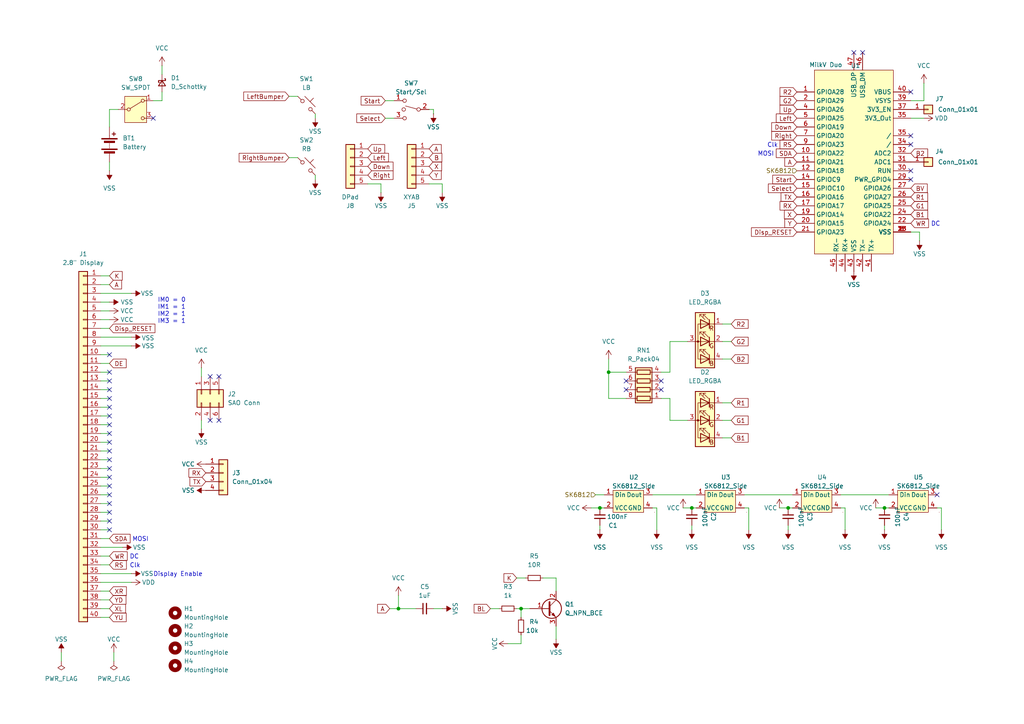
<source format=kicad_sch>
(kicad_sch (version 20231120) (generator "eeschema") (generator_version "8.0")
  (paper "A4")
  (lib_symbols
    (symbol "BSides22:SK6812_Side"
      (property "Reference" "U?" (at -2.54 0 0))
      (property "Value" "SK6812_Side" (at -1.27 -8.89 0))
      (symbol "SK6812_Side_1_1"
        (pin input line (at -7.62 -2.54 0) (length 2.54) (name "Din") (number "1"))
        (pin input line (at -7.62 -6.35 0) (length 2.54) (name "VCC") (number "2"))
        (pin output line (at 6.35 -2.54 180) (length 2.54) (name "Dout") (number "3"))
        (pin input line (at 6.35 -6.35 180) (length 2.54) (name "GND") (number "4"))
      )
    )
    (symbol "Connector_Generic:Conn_01x01" (pin_names (offset 1.016) hide)
      (property "Reference" "J" (at 0 2.54 0))
      (property "Value" "Conn_01x01" (at 0 -2.54 0))
      (symbol "Conn_01x01_1_1"
        (pin passive line (at -5.08 0 0) (length 3.81) (name "Pin_1") (number "1"))
      )
    )
    (symbol "Connector_Generic:Conn_01x04" (pin_names (offset 1.016) hide)
      (property "Reference" "J" (at 0 5.08 0))
      (property "Value" "Conn_01x04" (at 0 -7.62 0))
      (symbol "Conn_01x04_1_1"
        (pin passive line (at -5.08 2.54 0) (length 3.81) (name "Pin_1") (number "1"))
        (pin passive line (at -5.08 0 0) (length 3.81) (name "Pin_2") (number "2"))
        (pin passive line (at -5.08 -2.54 0) (length 3.81) (name "Pin_3") (number "3"))
        (pin passive line (at -5.08 -5.08 0) (length 3.81) (name "Pin_4") (number "4"))
      )
    )
    (symbol "Connector_Generic:Conn_01x05" (pin_names (offset 1.016) hide)
      (property "Reference" "J" (at 0 7.62 0))
      (property "Value" "Conn_01x05" (at 0 -7.62 0))
      (symbol "Conn_01x05_1_1"
        (pin passive line (at -5.08 5.08 0) (length 3.81) (name "Pin_1") (number "1"))
        (pin passive line (at -5.08 2.54 0) (length 3.81) (name "Pin_2") (number "2"))
        (pin passive line (at -5.08 0 0) (length 3.81) (name "Pin_3") (number "3"))
        (pin passive line (at -5.08 -2.54 0) (length 3.81) (name "Pin_4") (number "4"))
        (pin passive line (at -5.08 -5.08 0) (length 3.81) (name "Pin_5") (number "5"))
      )
    )
    (symbol "Connector_Generic:Conn_01x40" (pin_names (offset 1.016) hide)
      (property "Reference" "J" (at 0 50.8 0))
      (property "Value" "Conn_01x40" (at 0 -53.34 0))
      (symbol "Conn_01x40_1_1"
        (pin passive line (at -5.08 48.26 0) (length 3.81) (name "Pin_1") (number "1"))
        (pin passive line (at -5.08 25.4 0) (length 3.81) (name "Pin_10") (number "10"))
        (pin passive line (at -5.08 22.86 0) (length 3.81) (name "Pin_11") (number "11"))
        (pin passive line (at -5.08 20.32 0) (length 3.81) (name "Pin_12") (number "12"))
        (pin passive line (at -5.08 17.78 0) (length 3.81) (name "Pin_13") (number "13"))
        (pin passive line (at -5.08 15.24 0) (length 3.81) (name "Pin_14") (number "14"))
        (pin passive line (at -5.08 12.7 0) (length 3.81) (name "Pin_15") (number "15"))
        (pin passive line (at -5.08 10.16 0) (length 3.81) (name "Pin_16") (number "16"))
        (pin passive line (at -5.08 7.62 0) (length 3.81) (name "Pin_17") (number "17"))
        (pin passive line (at -5.08 5.08 0) (length 3.81) (name "Pin_18") (number "18"))
        (pin passive line (at -5.08 2.54 0) (length 3.81) (name "Pin_19") (number "19"))
        (pin passive line (at -5.08 45.72 0) (length 3.81) (name "Pin_2") (number "2"))
        (pin passive line (at -5.08 0 0) (length 3.81) (name "Pin_20") (number "20"))
        (pin passive line (at -5.08 -2.54 0) (length 3.81) (name "Pin_21") (number "21"))
        (pin passive line (at -5.08 -5.08 0) (length 3.81) (name "Pin_22") (number "22"))
        (pin passive line (at -5.08 -7.62 0) (length 3.81) (name "Pin_23") (number "23"))
        (pin passive line (at -5.08 -10.16 0) (length 3.81) (name "Pin_24") (number "24"))
        (pin passive line (at -5.08 -12.7 0) (length 3.81) (name "Pin_25") (number "25"))
        (pin passive line (at -5.08 -15.24 0) (length 3.81) (name "Pin_26") (number "26"))
        (pin passive line (at -5.08 -17.78 0) (length 3.81) (name "Pin_27") (number "27"))
        (pin passive line (at -5.08 -20.32 0) (length 3.81) (name "Pin_28") (number "28"))
        (pin passive line (at -5.08 -22.86 0) (length 3.81) (name "Pin_29") (number "29"))
        (pin passive line (at -5.08 43.18 0) (length 3.81) (name "Pin_3") (number "3"))
        (pin passive line (at -5.08 -25.4 0) (length 3.81) (name "Pin_30") (number "30"))
        (pin passive line (at -5.08 -27.94 0) (length 3.81) (name "Pin_31") (number "31"))
        (pin passive line (at -5.08 -30.48 0) (length 3.81) (name "Pin_32") (number "32"))
        (pin passive line (at -5.08 -33.02 0) (length 3.81) (name "Pin_33") (number "33"))
        (pin passive line (at -5.08 -35.56 0) (length 3.81) (name "Pin_34") (number "34"))
        (pin passive line (at -5.08 -38.1 0) (length 3.81) (name "Pin_35") (number "35"))
        (pin passive line (at -5.08 -40.64 0) (length 3.81) (name "Pin_36") (number "36"))
        (pin passive line (at -5.08 -43.18 0) (length 3.81) (name "Pin_37") (number "37"))
        (pin passive line (at -5.08 -45.72 0) (length 3.81) (name "Pin_38") (number "38"))
        (pin passive line (at -5.08 -48.26 0) (length 3.81) (name "Pin_39") (number "39"))
        (pin passive line (at -5.08 40.64 0) (length 3.81) (name "Pin_4") (number "4"))
        (pin passive line (at -5.08 -50.8 0) (length 3.81) (name "Pin_40") (number "40"))
        (pin passive line (at -5.08 38.1 0) (length 3.81) (name "Pin_5") (number "5"))
        (pin passive line (at -5.08 35.56 0) (length 3.81) (name "Pin_6") (number "6"))
        (pin passive line (at -5.08 33.02 0) (length 3.81) (name "Pin_7") (number "7"))
        (pin passive line (at -5.08 30.48 0) (length 3.81) (name "Pin_8") (number "8"))
        (pin passive line (at -5.08 27.94 0) (length 3.81) (name "Pin_9") (number "9"))
      )
    )
    (symbol "Connector_Generic:Conn_02x03_Odd_Even" (pin_names (offset 1.016) hide)
      (property "Reference" "J" (at 1.27 5.08 0))
      (property "Value" "Conn_02x03_Odd_Even" (at 1.27 -5.08 0))
      (symbol "Conn_02x03_Odd_Even_1_1"
        (pin passive line (at -5.08 2.54 0) (length 3.81) (name "Pin_1") (number "1"))
        (pin passive line (at 7.62 2.54 180) (length 3.81) (name "Pin_2") (number "2"))
        (pin passive line (at -5.08 0 0) (length 3.81) (name "Pin_3") (number "3"))
        (pin passive line (at 7.62 0 180) (length 3.81) (name "Pin_4") (number "4"))
        (pin passive line (at -5.08 -2.54 0) (length 3.81) (name "Pin_5") (number "5"))
        (pin passive line (at 7.62 -2.54 180) (length 3.81) (name "Pin_6") (number "6"))
      )
    )
    (symbol "Device:Battery" (pin_numbers hide) (pin_names (offset 0) hide)
      (property "Reference" "BT" (at 2.54 2.54 0))
      (property "Value" "Battery" (at 2.54 0 0))
      (symbol "Battery_1_1"
        (pin passive line (at 0 5.08 270) (length 2.54) (name "+") (number "1"))
        (pin passive line (at 0 -5.08 90) (length 2.54) (name "-") (number "2"))
      )
    )
    (symbol "Device:C_Small" (pin_numbers hide) (pin_names (offset 0.254) hide)
      (property "Reference" "C" (at 0.254 1.778 0))
      (property "Value" "C_Small" (at 0.254 -2.032 0))
      (symbol "C_Small_1_1"
        (pin passive line (at 0 2.54 270) (length 2.032) (name "~") (number "1"))
        (pin passive line (at 0 -2.54 90) (length 2.032) (name "~") (number "2"))
      )
    )
    (symbol "Device:D_Schottky_Small" (pin_numbers hide) (pin_names (offset 0.254) hide)
      (property "Reference" "D" (at -1.27 2.032 0))
      (property "Value" "D_Schottky_Small" (at -7.112 -2.032 0))
      (symbol "D_Schottky_Small_1_1"
        (pin passive line (at -2.54 0 0) (length 1.778) (name "K") (number "1"))
        (pin passive line (at 2.54 0 180) (length 1.778) (name "A") (number "2"))
      )
    )
    (symbol "Device:Q_NPN_BCE" (pin_names (offset 0) hide)
      (property "Reference" "Q" (at 5.08 1.27 0))
      (property "Value" "Q_NPN_BCE" (at 5.08 -1.27 0))
      (symbol "Q_NPN_BCE_1_1"
        (pin input line (at -5.08 0 0) (length 5.715) (name "B") (number "1"))
        (pin passive line (at 2.54 5.08 270) (length 2.54) (name "C") (number "2"))
        (pin passive line (at 2.54 -5.08 90) (length 2.54) (name "E") (number "3"))
      )
    )
    (symbol "Device:R_Pack04" (pin_names (offset 0) hide)
      (property "Reference" "RN" (at -7.62 0 90))
      (property "Value" "R_Pack04" (at 5.08 0 90))
      (symbol "R_Pack04_1_1"
        (pin passive line (at -5.08 -5.08 90) (length 2.54) (name "R1.1") (number "1"))
        (pin passive line (at -2.54 -5.08 90) (length 2.54) (name "R2.1") (number "2"))
        (pin passive line (at 0 -5.08 90) (length 2.54) (name "R3.1") (number "3"))
        (pin passive line (at 2.54 -5.08 90) (length 2.54) (name "R4.1") (number "4"))
        (pin passive line (at 2.54 5.08 270) (length 2.54) (name "R4.2") (number "5"))
        (pin passive line (at 0 5.08 270) (length 2.54) (name "R3.2") (number "6"))
        (pin passive line (at -2.54 5.08 270) (length 2.54) (name "R2.2") (number "7"))
        (pin passive line (at -5.08 5.08 270) (length 2.54) (name "R1.2") (number "8"))
      )
    )
    (symbol "Device:R_Small" (pin_numbers hide) (pin_names (offset 0.254) hide)
      (property "Reference" "R" (at 0.762 0.508 0))
      (property "Value" "R_Small" (at 0.762 -1.016 0))
      (symbol "R_Small_1_1"
        (pin passive line (at 0 2.54 270) (length 0.762) (name "~") (number "1"))
        (pin passive line (at 0 -2.54 90) (length 0.762) (name "~") (number "2"))
      )
    )
    (symbol "LED_RGBA_1" (pin_names (offset 0) hide)
      (property "Reference" "D2" (at 0 13.97 0))
      (property "Value" "LED_RGBA" (at 0 11.43 0))
      (symbol "LED_RGBA_1_0_0"
        (text "B" (at -1.905 -6.35 0) (effects (font (size 1.27 1.27))))
        (text "G" (at -1.905 -1.27 0) (effects (font (size 1.27 1.27))))
        (text "R" (at -1.905 3.81 0) (effects (font (size 1.27 1.27))))
      )
      (symbol "LED_RGBA_1_1_1"
        (pin passive line (at -5.08 5.08 0) (length 2.54) (name "RK") (number "1"))
        (pin passive line (at -5.08 0 0) (length 2.54) (name "GK") (number "2"))
        (pin passive line (at 5.08 0 180) (length 2.54) (name "A") (number "3"))
        (pin passive line (at -5.08 -5.08 0) (length 2.54) (name "BK") (number "4"))
      )
    )
    (symbol "Mechanical:MountingHole" (pin_names (offset 1.016))
      (property "Reference" "H" (at 0 5.08 0))
      (property "Value" "MountingHole" (at 0 3.175 0))
    )
    (symbol "SK6812_Side_1"
      (property "Reference" "U?" (at -2.54 0 0))
      (property "Value" "SK6812_Side_1" (at -1.27 -8.89 0))
      (symbol "SK6812_Side_1_1_1"
        (pin input line (at -7.62 -2.54 0) (length 2.54) (name "Din") (number "1"))
        (pin input line (at -7.62 -6.35 0) (length 2.54) (name "VCC") (number "2"))
        (pin output line (at 6.35 -2.54 180) (length 2.54) (name "Dout") (number "3"))
        (pin input line (at 6.35 -6.35 180) (length 2.54) (name "GND") (number "4"))
      )
    )
    (symbol "SK6812_Side_2"
      (property "Reference" "U?" (at -2.54 0 0))
      (property "Value" "SK6812_Side_2" (at -1.27 -8.89 0))
      (symbol "SK6812_Side_2_1_1"
        (pin input line (at -7.62 -2.54 0) (length 2.54) (name "Din") (number "1"))
        (pin input line (at -7.62 -6.35 0) (length 2.54) (name "VCC") (number "2"))
        (pin output line (at 6.35 -2.54 180) (length 2.54) (name "Dout") (number "3"))
        (pin input line (at 6.35 -6.35 180) (length 2.54) (name "GND") (number "4"))
      )
    )
    (symbol "SK6812_Side_7"
      (property "Reference" "U?" (at -2.54 0 0))
      (property "Value" "SK6812_Side_7" (at -1.27 -8.89 0))
      (symbol "SK6812_Side_7_1_1"
        (pin input line (at -7.62 -2.54 0) (length 2.54) (name "Din") (number "1"))
        (pin input line (at -7.62 -6.35 0) (length 2.54) (name "VCC") (number "2"))
        (pin output line (at 6.35 -2.54 180) (length 2.54) (name "Dout") (number "3"))
        (pin input line (at 6.35 -6.35 180) (length 2.54) (name "GND") (number "4"))
      )
    )
    (symbol "Switch:SW_Push_45deg" (pin_numbers hide) (pin_names (offset 1.016) hide)
      (property "Reference" "SW" (at 3.048 1.016 0))
      (property "Value" "SW_Push_45deg" (at 0 -3.81 0))
      (symbol "SW_Push_45deg_0_1"
        (pin passive line (at -2.54 2.54 0) (length 0) (name "1") (number "1"))
        (pin passive line (at 2.54 -2.54 180) (length 0) (name "2") (number "2"))
      )
    )
    (symbol "Switch:SW_SPDT" (pin_names (offset 0) hide)
      (property "Reference" "SW" (at 0 5.08 0))
      (property "Value" "SW_SPDT" (at 0 -5.08 0))
      (symbol "SW_SPDT_1_1"
        (pin passive line (at 5.08 2.54 180) (length 2.54) (name "A") (number "1"))
        (pin passive line (at -5.08 0 0) (length 2.54) (name "B") (number "2"))
        (pin passive line (at 5.08 -2.54 180) (length 2.54) (name "C") (number "3"))
      )
    )
    (symbol "Switch:SW_SPDT_MSM" (pin_names (offset 0) hide)
      (property "Reference" "SW" (at 0 5.08 0))
      (property "Value" "SW_SPDT_MSM" (at 0 -5.08 0))
      (symbol "SW_SPDT_MSM_1_1"
        (pin passive line (at 5.08 2.54 180) (length 2.54) (name "1") (number "1"))
        (pin passive line (at -5.08 0 0) (length 2.54) (name "2") (number "2"))
        (pin passive line (at 5.08 -2.54 180) (length 2.54) (name "3") (number "3"))
      )
    )
    (symbol "UE_Module:MilkV_Duo"
      (property "Reference" "U" (at -1.016 30.226 0))
      (symbol "MilkV_Duo_1_1"
        (pin input line (at -2.54 12.7 0) (length 5.08) (name "GPIOA28") (number "1"))
        (pin input line (at -2.54 -5.08 0) (length 5.08) (name "GPIOA22") (number "10"))
        (pin input line (at -2.54 -7.62 0) (length 5.08) (name "GPIOA21") (number "11"))
        (pin input line (at -2.54 -10.16 0) (length 5.08) (name "GPIOA18") (number "12"))
        (pin input line (at 30.48 -27.94 180) (length 5.08) (name "VSS") (number "13"))
        (pin input line (at -2.54 -12.7 0) (length 5.08) (name "GPIOC9") (number "14"))
        (pin input line (at -2.54 -15.24 0) (length 5.08) (name "GPIOC10") (number "15"))
        (pin input line (at -2.54 -17.78 0) (length 5.08) (name "GPIOA16") (number "16"))
        (pin input line (at -2.54 -20.32 0) (length 5.08) (name "GPIOA17") (number "17"))
        (pin input line (at 30.48 -27.94 180) (length 5.08) (name "VSS") (number "18"))
        (pin input line (at -2.54 -22.86 0) (length 5.08) (name "GPIOA14") (number "19"))
        (pin input line (at -2.54 10.16 0) (length 5.08) (name "GPIOA29") (number "2"))
        (pin input line (at -2.54 -25.4 0) (length 5.08) (name "GPIOA15") (number "20"))
        (pin input line (at -2.54 -27.94 0) (length 5.08) (name "GPIOA23") (number "21"))
        (pin input line (at 30.48 -25.4 180) (length 5.08) (name "GPIOA24") (number "22"))
        (pin input line (at 30.48 -27.94 180) (length 5.08) (name "VSS") (number "23"))
        (pin input line (at 30.48 -22.86 180) (length 5.08) (name "GPIOA22") (number "24"))
        (pin input line (at 30.48 -20.32 180) (length 5.08) (name "GPIOA25") (number "25"))
        (pin input line (at 30.48 -17.78 180) (length 5.08) (name "GPIOA27") (number "26"))
        (pin input line (at 30.48 -15.24 180) (length 5.08) (name "GPIOA26") (number "27"))
        (pin input line (at 30.48 -27.94 180) (length 5.08) (name "VSS") (number "28"))
        (pin input line (at 30.48 -12.7 180) (length 5.08) (name "PWR_GPIO4") (number "29"))
        (pin input line (at 30.48 -27.94 180) (length 5.08) (name "VSS") (number "3"))
        (pin input line (at 30.48 -10.16 180) (length 5.08) (name "RUN") (number "30"))
        (pin input line (at 30.48 -7.62 180) (length 5.08) (name "ADC1") (number "31"))
        (pin input line (at 30.48 -5.08 180) (length 5.08) (name "ADC2") (number "32"))
        (pin input line (at 30.48 -27.94 180) (length 5.08) (name "VSS") (number "33"))
        (pin input line (at 30.48 -2.54 180) (length 5.08) (name "/") (number "34"))
        (pin input line (at 30.48 0 180) (length 5.08) (name "/") (number "35"))
        (pin input line (at 30.48 5.08 180) (length 5.08) (name "3V3_Out") (number "35"))
        (pin input line (at 30.48 7.62 180) (length 5.08) (name "3V3_EN") (number "37"))
        (pin input line (at 30.48 -27.94 180) (length 5.08) (name "VSS") (number "38"))
        (pin input line (at 30.48 10.16 180) (length 5.08) (name "VSYS") (number "39"))
        (pin input line (at -2.54 7.62 0) (length 5.08) (name "GPIOA26") (number "4"))
        (pin input line (at 30.48 12.7 180) (length 5.08) (name "VBUS") (number "40"))
        (pin input line (at 19.05 -39.37 90) (length 5.08) (name "TX+") (number "41"))
        (pin input line (at 16.51 -39.37 90) (length 5.08) (name "TX-") (number "42"))
        (pin input line (at 13.97 -39.37 90) (length 5.08) (name "VSS") (number "43"))
        (pin input line (at 11.43 -39.37 90) (length 5.08) (name "RX+") (number "44"))
        (pin input line (at 8.89 -39.37 90) (length 5.08) (name "RX-") (number "45"))
        (pin input line (at 16.51 24.13 270) (length 5.08) (name "USB_DM") (number "46"))
        (pin input line (at 13.97 24.13 270) (length 5.08) (name "USB_DP") (number "47"))
        (pin input line (at -2.54 5.08 0) (length 5.08) (name "GPIOA25") (number "5"))
        (pin input line (at -2.54 2.54 0) (length 5.08) (name "GPIOA19") (number "6"))
        (pin input line (at -2.54 0 0) (length 5.08) (name "GPIOA20") (number "7"))
        (pin input line (at 30.48 -27.94 180) (length 5.08) (name "VSS") (number "8"))
        (pin input line (at -2.54 -2.54 0) (length 5.08) (name "GPIOA23") (number "9"))
      )
    )
    (symbol "VCC_1" (power) (pin_numbers hide) (pin_names (offset 0) hide)
      (property "Value" "VCC" (at 0 3.556 0))
      (symbol "VCC_1_1_1"
        (pin power_in line (at 0 0 90) (length 0) (name "~") (number "1"))
      )
    )
    (symbol "VDD_1" (power) (pin_numbers hide) (pin_names (offset 0) hide)
      (property "Value" "VDD" (at 0 3.556 0))
      (symbol "VDD_1_1_1"
        (pin power_in line (at 0 0 90) (length 0) (name "~") (number "1"))
      )
    )
    (symbol "power:PWR_FLAG" (power) (pin_numbers hide) (pin_names (offset 0) hide)
      (property "Value" "PWR_FLAG" (at 0 3.81 0))
      (symbol "PWR_FLAG_0_0"
        (pin power_out line (at 0 0 90) (length 0) (name "pwr") (number "1"))
      )
    )
    (symbol "power:VCC" (power) (pin_names (offset 0))
      (property "Value" "VCC" (at 0 3.81 0))
      (symbol "VCC_1_1"
        (pin power_in line (at 0 0 90) (length 0) hide (name "VCC") (number "1"))
      )
    )
    (symbol "power:VSS" (power) (pin_numbers hide) (pin_names (offset 0) hide)
      (property "Value" "VSS" (at 0 3.556 0))
      (symbol "VSS_1_1"
        (pin power_in line (at 0 0 90) (length 0) (name "~") (number "1"))
      )
    )
  )
  (junction (at 256.54 147.32))
  (junction (at 151.13 176.53))
  (junction (at 200.66 147.32))
  (junction (at 176.53 107.95))
  (junction (at 173.99 147.32))
  (junction (at 228.6 147.32))
  (junction (at 115.57 176.53))
  (no_connect (at 191.77 110.49))
  (no_connect (at 31.75 146.05))
  (no_connect (at 31.75 113.03))
  (no_connect (at 63.5 109.22))
  (no_connect (at 271.78 143.51))
  (no_connect (at 31.75 151.13))
  (no_connect (at 31.75 123.19))
  (no_connect (at 264.16 26.67))
  (no_connect (at 31.75 110.49))
  (no_connect (at 31.75 143.51))
  (no_connect (at 31.75 135.89))
  (no_connect (at 31.75 130.81))
  (no_connect (at 31.75 140.97))
  (no_connect (at 31.75 128.27))
  (no_connect (at 31.75 118.11))
  (no_connect (at 264.16 49.53))
  (no_connect (at 247.65 15.24))
  (no_connect (at 44.45 34.29))
  (no_connect (at 31.75 133.35))
  (no_connect (at 264.16 52.07))
  (no_connect (at 31.75 153.67))
  (no_connect (at 31.75 120.65))
  (no_connect (at 181.61 113.03))
  (no_connect (at 264.16 39.37))
  (no_connect (at 31.75 148.59))
  (no_connect (at 60.96 109.22))
  (no_connect (at 31.75 102.87))
  (no_connect (at 264.16 41.91))
  (no_connect (at 181.61 110.49))
  (no_connect (at 60.96 121.92))
  (no_connect (at 250.19 15.24))
  (no_connect (at 31.75 125.73))
  (no_connect (at 31.75 138.43))
  (no_connect (at 63.5 121.92))
  (no_connect (at 191.77 113.03))
  (no_connect (at 31.75 115.57))
  (no_connect (at 31.75 107.95))
  (wire (pts (xy 173.99 147.32) (xy 175.26 147.32)))
  (wire (pts (xy 190.5 153.67) (xy 190.5 147.32)))
  (wire (pts (xy 161.29 171.45) (xy 161.29 167.64)))
  (wire (pts (xy 29.21 82.55) (xy 31.75 82.55)))
  (wire (pts (xy 29.21 179.07) (xy 31.75 179.07)))
  (wire (pts (xy 29.21 120.65) (xy 31.75 120.65)))
  (wire (pts (xy 273.05 147.32) (xy 271.78 147.32)))
  (wire (pts (xy 29.21 161.29) (xy 31.75 161.29)))
  (wire (pts (xy 29.21 90.17) (xy 31.75 90.17)))
  (wire (pts (xy 29.21 80.01) (xy 31.75 80.01)))
  (wire (pts (xy 161.29 167.64) (xy 157.48 167.64)))
  (wire (pts (xy 215.9 143.51) (xy 229.87 143.51)))
  (wire (pts (xy 243.84 143.51) (xy 257.81 143.51)))
  (wire (pts (xy 194.31 107.95) (xy 191.77 107.95)))
  (wire (pts (xy 200.66 147.32) (xy 201.93 147.32)))
  (wire (pts (xy 189.23 143.51) (xy 201.93 143.51)))
  (wire (pts (xy 149.86 167.64) (xy 152.4 167.64)))
  (wire (pts (xy 266.7 67.31) (xy 264.16 67.31)))
  (wire (pts (xy 29.21 107.95) (xy 31.75 107.95)))
  (wire (pts (xy 142.24 176.53) (xy 144.78 176.53)))
  (wire (pts (xy 128.27 55.88) (xy 128.27 53.34)))
  (wire (pts (xy 46.99 19.05) (xy 46.99 21.59)))
  (wire (pts (xy 245.11 153.67) (xy 245.11 147.32)))
  (wire (pts (xy 217.17 147.32) (xy 215.9 147.32)))
  (wire (pts (xy 83.82 45.72) (xy 86.36 45.72)))
  (wire (pts (xy 273.05 153.67) (xy 273.05 147.32)))
  (wire (pts (xy 29.21 163.83) (xy 31.75 163.83)))
  (wire (pts (xy 29.21 151.13) (xy 31.75 151.13)))
  (wire (pts (xy 29.21 143.51) (xy 31.75 143.51)))
  (wire (pts (xy 147.32 186.69) (xy 151.13 186.69)))
  (wire (pts (xy 200.66 152.4) (xy 200.66 153.67)))
  (wire (pts (xy 171.45 147.32) (xy 173.99 147.32)))
  (wire (pts (xy 29.21 85.09) (xy 38.1 85.09)))
  (wire (pts (xy 190.5 147.32) (xy 189.23 147.32)))
  (wire (pts (xy 226.06 147.32) (xy 228.6 147.32)))
  (wire (pts (xy 29.21 128.27) (xy 31.75 128.27)))
  (wire (pts (xy 17.78 189.23) (xy 17.78 191.77)))
  (wire (pts (xy 110.49 55.88) (xy 110.49 53.34)))
  (wire (pts (xy 29.21 97.79) (xy 38.1 97.79)))
  (wire (pts (xy 29.21 100.33) (xy 38.1 100.33)))
  (wire (pts (xy 91.44 33.02) (xy 91.44 34.29)))
  (wire (pts (xy 125.73 31.75) (xy 125.73 33.02)))
  (wire (pts (xy 29.21 138.43) (xy 31.75 138.43)))
  (wire (pts (xy 29.21 125.73) (xy 31.75 125.73)))
  (wire (pts (xy 58.42 106.68) (xy 58.42 109.22)))
  (wire (pts (xy 228.6 147.32) (xy 229.87 147.32)))
  (wire (pts (xy 245.11 147.32) (xy 243.84 147.32)))
  (wire (pts (xy 209.55 127) (xy 212.09 127)))
  (wire (pts (xy 91.44 50.8) (xy 91.44 52.07)))
  (wire (pts (xy 161.29 181.61) (xy 161.29 185.42)))
  (wire (pts (xy 209.55 99.06) (xy 212.09 99.06)))
  (wire (pts (xy 29.21 176.53) (xy 31.75 176.53)))
  (wire (pts (xy 29.21 140.97) (xy 31.75 140.97)))
  (wire (pts (xy 256.54 152.4) (xy 256.54 153.67)))
  (wire (pts (xy 29.21 130.81) (xy 31.75 130.81)))
  (wire (pts (xy 217.17 153.67) (xy 217.17 147.32)))
  (wire (pts (xy 110.49 53.34) (xy 106.68 53.34)))
  (wire (pts (xy 176.53 107.95) (xy 181.61 107.95)))
  (wire (pts (xy 29.21 158.75) (xy 35.56 158.75)))
  (wire (pts (xy 194.31 115.57) (xy 191.77 115.57)))
  (wire (pts (xy 29.21 171.45) (xy 31.75 171.45)))
  (wire (pts (xy 29.21 173.99) (xy 31.75 173.99)))
  (wire (pts (xy 29.21 118.11) (xy 31.75 118.11)))
  (wire (pts (xy 194.31 99.06) (xy 199.39 99.06)))
  (wire (pts (xy 128.27 53.34) (xy 124.46 53.34)))
  (wire (pts (xy 44.45 29.21) (xy 46.99 29.21)))
  (wire (pts (xy 176.53 107.95) (xy 176.53 104.14)))
  (wire (pts (xy 31.75 46.99) (xy 31.75 49.53)))
  (wire (pts (xy 29.21 135.89) (xy 31.75 135.89)))
  (wire (pts (xy 228.6 152.4) (xy 228.6 153.67)))
  (wire (pts (xy 29.21 92.71) (xy 31.75 92.71)))
  (wire (pts (xy 29.21 123.19) (xy 31.75 123.19)))
  (wire (pts (xy 29.21 133.35) (xy 31.75 133.35)))
  (wire (pts (xy 256.54 147.32) (xy 257.81 147.32)))
  (wire (pts (xy 209.55 121.92) (xy 212.09 121.92)))
  (wire (pts (xy 176.53 115.57) (xy 176.53 107.95)))
  (wire (pts (xy 58.42 121.92) (xy 58.42 124.46)))
  (wire (pts (xy 29.21 168.91) (xy 38.1 168.91)))
  (wire (pts (xy 29.21 87.63) (xy 31.75 87.63)))
  (wire (pts (xy 29.21 156.21) (xy 31.75 156.21)))
  (wire (pts (xy 209.55 104.14) (xy 212.09 104.14)))
  (wire (pts (xy 124.46 31.75) (xy 125.73 31.75)))
  (wire (pts (xy 181.61 115.57) (xy 176.53 115.57)))
  (wire (pts (xy 29.21 153.67) (xy 31.75 153.67)))
  (wire (pts (xy 209.55 116.84) (xy 212.09 116.84)))
  (wire (pts (xy 115.57 172.72) (xy 115.57 176.53)))
  (wire (pts (xy 33.02 189.23) (xy 33.02 191.77)))
  (wire (pts (xy 209.55 93.98) (xy 212.09 93.98)))
  (wire (pts (xy 125.73 176.53) (xy 128.27 176.53)))
  (wire (pts (xy 31.75 31.75) (xy 31.75 36.83)))
  (wire (pts (xy 151.13 176.53) (xy 151.13 179.07)))
  (wire (pts (xy 198.12 147.32) (xy 200.66 147.32)))
  (wire (pts (xy 29.21 105.41) (xy 31.75 105.41)))
  (wire (pts (xy 149.86 176.53) (xy 151.13 176.53)))
  (wire (pts (xy 111.76 29.21) (xy 114.3 29.21)))
  (wire (pts (xy 194.31 121.92) (xy 194.31 115.57)))
  (wire (pts (xy 194.31 121.92) (xy 199.39 121.92)))
  (wire (pts (xy 115.57 176.53) (xy 120.65 176.53)))
  (wire (pts (xy 172.72 143.51) (xy 175.26 143.51)))
  (wire (pts (xy 151.13 186.69) (xy 151.13 184.15)))
  (wire (pts (xy 29.21 113.03) (xy 31.75 113.03)))
  (wire (pts (xy 264.16 29.21) (xy 267.97 29.21)))
  (wire (pts (xy 266.7 69.85) (xy 266.7 67.31)))
  (wire (pts (xy 151.13 176.53) (xy 153.67 176.53)))
  (wire (pts (xy 267.97 29.21) (xy 267.97 24.13)))
  (wire (pts (xy 254 147.32) (xy 256.54 147.32)))
  (wire (pts (xy 173.99 152.4) (xy 173.99 153.67)))
  (wire (pts (xy 29.21 95.25) (xy 31.75 95.25)))
  (wire (pts (xy 29.21 166.37) (xy 38.1 166.37)))
  (wire (pts (xy 29.21 148.59) (xy 31.75 148.59)))
  (wire (pts (xy 29.21 115.57) (xy 31.75 115.57)))
  (wire (pts (xy 46.99 29.21) (xy 46.99 26.67)))
  (wire (pts (xy 29.21 110.49) (xy 31.75 110.49)))
  (wire (pts (xy 264.16 34.29) (xy 267.97 34.29)))
  (wire (pts (xy 29.21 146.05) (xy 31.75 146.05)))
  (wire (pts (xy 83.82 27.94) (xy 86.36 27.94)))
  (wire (pts (xy 113.03 176.53) (xy 115.57 176.53)))
  (wire (pts (xy 111.76 34.29) (xy 114.3 34.29)))
  (wire (pts (xy 29.21 102.87) (xy 31.75 102.87)))
  (wire (pts (xy 34.29 31.75) (xy 31.75 31.75)))
  (wire (pts (xy 194.31 99.06) (xy 194.31 107.95)))
  (text "DC" (at 270.002 65.786 0) (effects (font (size 1.27 1.27)) (justify left bottom)))
  (text "Clk\n" (at 222.504 42.926 0) (effects (font (size 1.27 1.27)) (justify left bottom)))
  (text "Clk\n" (at 37.592 164.846 0) (effects (font (size 1.27 1.27)) (justify left bottom)))
  (text "Display Enable\n" (at 44.45 167.386 0) (effects (font (size 1.27 1.27)) (justify left bottom)))
  (text "MOSI" (at 224.536 45.466 0) (effects (font (size 1.27 1.27)) (justify right bottom)))
  (text "MOSI" (at 38.354 157.226 0) (effects (font (size 1.27 1.27)) (justify left bottom)))
  (text "IM0 = 0\nIM1 = 1\nIM2 = 1\nIM3 = 1" (at 45.72 93.98 0) (effects (font (size 1.27 1.27)) (justify left bottom)))
  (text "DC" (at 37.592 162.306 0) (effects (font (size 1.27 1.27)) (justify left bottom)))
  (global_label "B2" (shape input) (at 212.09 104.14 0) (property "Intersheetrefs" "${INTERSHEET_REFS}" (effects (hide yes))))
  (global_label "R2" (shape input) (at 231.14 26.67 180) (property "Intersheetrefs" "${INTERSHEET_REFS}" (effects (hide yes))))
  (global_label "B2" (shape input) (at 264.16 44.45 0) (property "Intersheetrefs" "${INTERSHEET_REFS}" (effects (hide yes))))
  (global_label "LeftBumper" (shape input) (at 83.82 27.94 180) (property "Intersheetrefs" "${INTERSHEET_REFS}" (effects (hide yes))))
  (global_label "RX" (shape input) (at 231.14 59.69 180) (property "Intersheetrefs" "${INTERSHEET_REFS}" (effects (hide yes))))
  (global_label "Y" (shape input) (at 124.46 50.8 0) (property "Intersheetrefs" "${INTERSHEET_REFS}" (effects (hide yes))))
  (global_label "Disp_RESET" (shape input) (at 31.75 95.25 0) (property "Intersheetrefs" "${INTERSHEET_REFS}" (effects (hide yes))))
  (global_label "B1" (shape input) (at 212.09 127 0) (property "Intersheetrefs" "${INTERSHEET_REFS}" (effects (hide yes))))
  (global_label "R1" (shape input) (at 264.16 57.15 0) (property "Intersheetrefs" "${INTERSHEET_REFS}" (effects (hide yes))))
  (global_label "G1" (shape input) (at 264.16 59.69 0) (property "Intersheetrefs" "${INTERSHEET_REFS}" (effects (hide yes))))
  (global_label "Up" (shape input) (at 106.68 43.18 0) (property "Intersheetrefs" "${INTERSHEET_REFS}" (effects (hide yes))))
  (global_label "K" (shape input) (at 149.86 167.64 180) (property "Intersheetrefs" "${INTERSHEET_REFS}" (effects (hide yes))))
  (global_label "R2" (shape input) (at 212.09 93.98 0) (property "Intersheetrefs" "${INTERSHEET_REFS}" (effects (hide yes))))
  (global_label "B1" (shape input) (at 264.16 62.23 0) (property "Intersheetrefs" "${INTERSHEET_REFS}" (effects (hide yes))))
  (global_label "X" (shape input) (at 124.46 48.26 0) (property "Intersheetrefs" "${INTERSHEET_REFS}" (effects (hide yes))))
  (global_label "G2" (shape input) (at 212.09 99.06 0) (property "Intersheetrefs" "${INTERSHEET_REFS}" (effects (hide yes))))
  (global_label "Y" (shape input) (at 231.14 64.77 180) (property "Intersheetrefs" "${INTERSHEET_REFS}" (effects (hide yes))))
  (global_label "A" (shape input) (at 231.14 46.99 180) (property "Intersheetrefs" "${INTERSHEET_REFS}" (effects (hide yes))))
  (global_label "WR" (shape input) (at 31.75 161.29 0) (property "Intersheetrefs" "${INTERSHEET_REFS}" (effects (hide yes))))
  (global_label "Right" (shape input) (at 231.14 39.37 180) (property "Intersheetrefs" "${INTERSHEET_REFS}" (effects (hide yes))))
  (global_label "Right" (shape input) (at 106.68 50.8 0) (property "Intersheetrefs" "${INTERSHEET_REFS}" (effects (hide yes))))
  (global_label "Left" (shape input) (at 231.14 34.29 180) (property "Intersheetrefs" "${INTERSHEET_REFS}" (effects (hide yes))))
  (global_label "Select" (shape input) (at 111.76 34.29 180) (property "Intersheetrefs" "${INTERSHEET_REFS}" (effects (hide yes))))
  (global_label "G1" (shape input) (at 212.09 121.92 0) (property "Intersheetrefs" "${INTERSHEET_REFS}" (effects (hide yes))))
  (global_label "Down" (shape input) (at 231.14 36.83 180) (property "Intersheetrefs" "${INTERSHEET_REFS}" (effects (hide yes))))
  (global_label "SDA" (shape input) (at 231.14 44.45 180) (property "Intersheetrefs" "${INTERSHEET_REFS}" (effects (hide yes))))
  (global_label "XR" (shape input) (at 31.75 171.45 0) (property "Intersheetrefs" "${INTERSHEET_REFS}" (effects (hide yes))))
  (global_label "XL" (shape input) (at 31.75 176.53 0) (property "Intersheetrefs" "${INTERSHEET_REFS}" (effects (hide yes))))
  (global_label "TX" (shape input) (at 231.14 57.15 180) (property "Intersheetrefs" "${INTERSHEET_REFS}" (effects (hide yes))))
  (global_label "Select" (shape input) (at 231.14 54.61 180) (property "Intersheetrefs" "${INTERSHEET_REFS}" (effects (hide yes))))
  (global_label "Up" (shape input) (at 231.14 31.75 180) (property "Intersheetrefs" "${INTERSHEET_REFS}" (effects (hide yes))))
  (global_label "Left" (shape input) (at 106.68 45.72 0) (property "Intersheetrefs" "${INTERSHEET_REFS}" (effects (hide yes))))
  (global_label "SDA" (shape input) (at 31.75 156.21 0) (property "Intersheetrefs" "${INTERSHEET_REFS}" (effects (hide yes))))
  (global_label "A" (shape input) (at 124.46 43.18 0) (property "Intersheetrefs" "${INTERSHEET_REFS}" (effects (hide yes))))
  (global_label "BL" (shape input) (at 142.24 176.53 180) (property "Intersheetrefs" "${INTERSHEET_REFS}" (effects (hide yes))))
  (global_label "Disp_RESET" (shape input) (at 231.14 67.31 180) (property "Intersheetrefs" "${INTERSHEET_REFS}" (effects (hide yes))))
  (global_label "RightBumper" (shape input) (at 83.82 45.72 180) (property "Intersheetrefs" "${INTERSHEET_REFS}" (effects (hide yes))))
  (global_label "TX" (shape input) (at 59.69 139.7 180) (property "Intersheetrefs" "${INTERSHEET_REFS}" (effects (hide yes))))
  (global_label "A" (shape input) (at 31.75 82.55 0) (property "Intersheetrefs" "${INTERSHEET_REFS}" (effects (hide yes))))
  (global_label "Start" (shape input) (at 111.76 29.21 180) (property "Intersheetrefs" "${INTERSHEET_REFS}" (effects (hide yes))))
  (global_label "Down" (shape input) (at 106.68 48.26 0) (property "Intersheetrefs" "${INTERSHEET_REFS}" (effects (hide yes))))
  (global_label "RS" (shape input) (at 231.14 41.91 180) (property "Intersheetrefs" "${INTERSHEET_REFS}" (effects (hide yes))))
  (global_label "RX" (shape input) (at 59.69 137.16 180) (property "Intersheetrefs" "${INTERSHEET_REFS}" (effects (hide yes))))
  (global_label "YU" (shape input) (at 31.75 179.07 0) (property "Intersheetrefs" "${INTERSHEET_REFS}" (effects (hide yes))))
  (global_label "B" (shape input) (at 124.46 45.72 0) (property "Intersheetrefs" "${INTERSHEET_REFS}" (effects (hide yes))))
  (global_label "BV" (shape input) (at 264.16 54.61 0) (property "Intersheetrefs" "${INTERSHEET_REFS}" (effects (hide yes))))
  (global_label "X" (shape input) (at 231.14 62.23 180) (property "Intersheetrefs" "${INTERSHEET_REFS}" (effects (hide yes))))
  (global_label "Start" (shape input) (at 231.14 52.07 180) (property "Intersheetrefs" "${INTERSHEET_REFS}" (effects (hide yes))))
  (global_label "R1" (shape input) (at 212.09 116.84 0) (property "Intersheetrefs" "${INTERSHEET_REFS}" (effects (hide yes))))
  (global_label "YD" (shape input) (at 31.75 173.99 0) (property "Intersheetrefs" "${INTERSHEET_REFS}" (effects (hide yes))))
  (global_label "WR" (shape input) (at 264.16 64.77 0) (property "Intersheetrefs" "${INTERSHEET_REFS}" (effects (hide yes))))
  (global_label "A" (shape input) (at 113.03 176.53 180) (property "Intersheetrefs" "${INTERSHEET_REFS}" (effects (hide yes))))
  (global_label "DE" (shape input) (at 31.75 105.41 0) (property "Intersheetrefs" "${INTERSHEET_REFS}" (effects (hide yes))))
  (global_label "K" (shape input) (at 31.75 80.01 0) (property "Intersheetrefs" "${INTERSHEET_REFS}" (effects (hide yes))))
  (global_label "G2" (shape input) (at 231.14 29.21 180) (property "Intersheetrefs" "${INTERSHEET_REFS}" (effects (hide yes))))
  (global_label "RS" (shape input) (at 31.75 163.83 0) (property "Intersheetrefs" "${INTERSHEET_REFS}" (effects (hide yes))))
  (hierarchical_label "SK6812" (shape input) (at 231.14 49.53 180))
  (hierarchical_label "SK6812" (shape input) (at 172.72 143.51 180))
  (symbol (lib_id "Connector_Generic:Conn_01x01") (at 269.24 46.99 0) (unit 1)
    (property "Reference" "J4" (at 271.272 43.942 0) (effects (justify left)))
    (property "Value" "Conn_01x01" (at 272.034 46.99 0) (effects (justify left)))
    (property "Footprint" "Connector_PinHeader_2.54mm:PinHeader_1x01_P2.54mm_Vertical" (effects (hide yes)))
    (property "Description" "Generic connector, single row, 01x01, script generated (kicad-library-utils/schlib/autogen/connector/)" (effects (hide yes)))
  )
  (symbol (lib_name "VDD_1") (lib_id "power:VDD") (at 267.97 34.29 270) (unit 1)
    (property "Reference" "#PWR049" (effects (hide yes)))
    (property "Value" "VDD" (at 273.05 34.29 90))
    (property "Description" "Power symbol creates a global label with name \"VDD\"" (effects (hide yes)))
  )
  (symbol (lib_id "Connector_Generic:Conn_02x03_Odd_Even") (at 60.96 114.3 90) (mirror x) (unit 1)
    (property "Reference" "J2" (at 66.04 114.2999 90) (effects (justify right)))
    (property "Value" "SAO Conn" (at 66.04 116.8399 90) (effects (justify right)))
    (property "Footprint" "Connector_PinSocket_2.54mm:PinSocket_2x03_P2.54mm_Vertical" (effects (hide yes)))
  )
  (symbol (lib_id "power:VCC") (at 31.75 90.17 270) (mirror x) (unit 1)
    (property "Reference" "#PWR03" (effects (hide yes)))
    (property "Value" "VCC" (at 36.83 90.17 90))
  )
  (symbol (lib_id "power:VSS") (at 35.56 158.75 270) (unit 1)
    (property "Reference" "#PWR05" (effects (hide yes)))
    (property "Value" "VSS" (at 40.386 158.75 90))
  )
  (symbol (lib_id "Device:C_Small") (at 200.66 149.86 0) (unit 1)
    (property "Reference" "C2" (at 207.01 149.86 90))
    (property "Value" "100nF" (at 204.47 149.86 90))
    (property "Footprint" "Capacitor_SMD:C_0805_2012Metric" (effects (hide yes)))
  )
  (symbol (lib_id "power:VCC") (at 31.75 92.71 270) (mirror x) (unit 1)
    (property "Reference" "#PWR04" (effects (hide yes)))
    (property "Value" "VCC" (at 36.83 92.71 90))
  )
  (symbol (lib_id "Connector_Generic:Conn_01x01") (at 269.24 31.75 0) (unit 1)
    (property "Reference" "J7" (at 271.272 28.702 0) (effects (justify left)))
    (property "Value" "Conn_01x01" (at 272.034 31.75 0) (effects (justify left)))
    (property "Footprint" "Connector_PinHeader_2.54mm:PinHeader_1x01_P2.54mm_Vertical" (effects (hide yes)))
    (property "Description" "Generic connector, single row, 01x01, script generated (kicad-library-utils/schlib/autogen/connector/)" (effects (hide yes)))
  )
  (symbol (lib_id "power:VSS") (at 273.05 153.67 180) (unit 1)
    (property "Reference" "#PWR032" (effects (hide yes)))
    (property "Value" "VSS" (at 273.05 158.75 0))
  )
  (symbol (lib_id "power:VCC") (at 33.02 189.23 0) (mirror y) (unit 1)
    (property "Reference" "#PWR039" (effects (hide yes)))
    (property "Value" "VCC" (at 33.02 185.42 0))
  )
  (symbol (lib_name "SK6812_Side_2") (lib_id "BSides22:SK6812_Side") (at 182.88 140.97 0) (unit 1)
    (property "Reference" "U2" (at 183.8325 138.43 0))
    (property "Value" "SK6812_Side" (at 183.8325 140.97 0))
    (property "Footprint" "UL_LED:SK6812SIDE-A-RVS" (effects (hide yes)))
  )
  (symbol (lib_id "power:VCC") (at 147.32 186.69 90) (mirror x) (unit 1)
    (property "Reference" "#PWR035" (effects (hide yes)))
    (property "Value" "VCC" (at 143.51 186.69 0))
  )
  (symbol (lib_id "power:VSS") (at 173.99 153.67 180) (unit 1)
    (property "Reference" "#PWR022" (effects (hide yes)))
    (property "Value" "VSS" (at 173.99 158.75 0))
  )
  (symbol (lib_id "power:VSS") (at 266.7 69.85 180) (unit 1)
    (property "Reference" "#PWR046" (effects (hide yes)))
    (property "Value" "VSS" (at 266.7 73.66 0))
  )
  (symbol (lib_id "power:VCC") (at 171.45 147.32 90) (unit 1)
    (property "Reference" "#PWR021" (effects (hide yes)))
    (property "Value" "VCC" (at 166.37 147.32 90))
  )
  (symbol (lib_name "LED_RGBA_1") (lib_id "Device:LED_RGBA") (at 204.47 99.06 0) (mirror y) (unit 1)
    (property "Reference" "D3" (at 204.47 85.09 0))
    (property "Value" "LED_RGBA" (at 204.47 87.63 0))
    (property "Footprint" "UE_LED:XL-3227RGB_LED" (effects (hide yes)))
  )
  (symbol (lib_id "power:VCC") (at 176.53 104.14 0) (mirror y) (unit 1)
    (property "Reference" "#PWR015" (effects (hide yes)))
    (property "Value" "VCC" (at 176.53 99.06 0))
  )
  (symbol (lib_id "power:PWR_FLAG") (at 17.78 191.77 180) (unit 1)
    (property "Reference" "#FLG02" (effects (hide yes)))
    (property "Value" "PWR_FLAG" (at 17.78 196.85 0))
  )
  (symbol (lib_name "VCC_1") (lib_id "power:VCC") (at 46.99 19.05 0) (unit 1)
    (property "Reference" "#PWR011" (effects (hide yes)))
    (property "Value" "VCC" (at 46.99 13.97 0))
    (property "Description" "Power symbol creates a global label with name \"VCC\"" (effects (hide yes)))
  )
  (symbol (lib_id "power:VSS") (at 128.27 55.88 180) (unit 1)
    (property "Reference" "#PWR014" (effects (hide yes)))
    (property "Value" "VSS" (at 128.27 59.69 0))
  )
  (symbol (lib_id "power:VSS") (at 256.54 153.67 180) (unit 1)
    (property "Reference" "#PWR031" (effects (hide yes)))
    (property "Value" "VSS" (at 256.54 158.75 0))
  )
  (symbol (lib_id "Device:C_Small") (at 173.99 149.86 0) (unit 1)
    (property "Reference" "C1" (at 177.8 152.4 0))
    (property "Value" "100nF" (at 179.07 149.86 0))
    (property "Footprint" "Capacitor_SMD:C_0805_2012Metric" (effects (hide yes)))
  )
  (symbol (lib_id "power:VSS") (at 91.44 52.07 180) (unit 1)
    (property "Reference" "#PWR013" (effects (hide yes)))
    (property "Value" "VSS" (at 91.44 55.88 0))
  )
  (symbol (lib_id "power:VSS") (at 17.78 189.23 0) (unit 1)
    (property "Reference" "#PWR038" (effects (hide yes)))
    (property "Value" "VSS" (at 17.78 185.42 0))
  )
  (symbol (lib_name "VDD_1") (lib_id "power:VDD") (at 38.1 168.91 270) (unit 1)
    (property "Reference" "#PWR041" (effects (hide yes)))
    (property "Value" "VDD" (at 41.148 168.91 90) (effects (justify left)))
    (property "Description" "Power symbol creates a global label with name \"VDD\"" (effects (hide yes)))
  )
  (symbol (lib_id "Switch:SW_SPDT_MSM") (at 119.38 31.75 0) (mirror y) (unit 1)
    (property "Reference" "SW7" (at 119.253 24.13 0))
    (property "Value" "Start/Sel" (at 119.253 26.67 0))
    (property "Footprint" "UE_Buttons:StartSel-Dome" (effects (hide yes)))
  )
  (symbol (lib_id "Connector_Generic:Conn_01x05") (at 101.6 48.26 0) (mirror y) (unit 1)
    (property "Reference" "J8" (at 101.6 59.69 0))
    (property "Value" "DPad" (at 101.6 57.15 0))
    (property "Footprint" "UE_Buttons:Xbox_DPad" (effects (hide yes)))
    (property "Description" "Generic connector, single row, 01x05, script generated (kicad-library-utils/schlib/autogen/connector/)" (effects (hide yes)))
  )
  (symbol (lib_id "power:VSS") (at 31.75 87.63 270) (unit 1)
    (property "Reference" "#PWR02" (effects (hide yes)))
    (property "Value" "VSS" (at 36.83 87.63 90))
  )
  (symbol (lib_id "Connector_Generic:Conn_01x05") (at 119.38 48.26 0) (mirror y) (unit 1)
    (property "Reference" "J5" (at 119.38 59.69 0))
    (property "Value" "XYAB" (at 119.38 57.15 0))
    (property "Footprint" "UE_Buttons:Xbox_DPad" (effects (hide yes)))
    (property "Description" "Generic connector, single row, 01x05, script generated (kicad-library-utils/schlib/autogen/connector/)" (effects (hide yes)))
  )
  (symbol (lib_name "LED_RGBA_1") (lib_id "Device:LED_RGBA") (at 204.47 121.92 0) (mirror y) (unit 1)
    (property "Reference" "D2" (at 204.47 107.95 0))
    (property "Value" "LED_RGBA" (at 204.47 110.49 0))
    (property "Footprint" "UE_LED:XL-3227RGB_LED" (effects (hide yes)))
  )
  (symbol (lib_id "power:VSS") (at 91.44 34.29 180) (unit 1)
    (property "Reference" "#PWR012" (effects (hide yes)))
    (property "Value" "VSS" (at 91.44 38.1 0))
  )
  (symbol (lib_id "Device:C_Small") (at 123.19 176.53 90) (unit 1)
    (property "Reference" "C5" (at 123.1963 170.18 90))
    (property "Value" "1uF" (at 123.1963 172.72 90))
    (property "Footprint" "Capacitor_SMD:C_0805_2012Metric" (effects (hide yes)))
  )
  (symbol (lib_name "SK6812_Side_7") (lib_id "BSides22:SK6812_Side") (at 265.43 140.97 0) (unit 1)
    (property "Reference" "U5" (at 266.3825 138.43 0))
    (property "Value" "SK6812_Side" (at 266.3825 140.97 0))
    (property "Footprint" "UL_LED:SK6812SIDE-A-RVS" (effects (hide yes)))
  )
  (symbol (lib_name "VCC_1") (lib_id "power:VCC") (at 58.42 106.68 0) (unit 1)
    (property "Reference" "#PWR016" (effects (hide yes)))
    (property "Value" "VCC" (at 58.42 101.6 0))
    (property "Description" "Power symbol creates a global label with name \"VCC\"" (effects (hide yes)))
  )
  (symbol (lib_id "Device:R_Small") (at 151.13 181.61 180) (unit 1)
    (property "Reference" "R4" (at 156.21 180.34 0) (effects (justify left)))
    (property "Value" "10k" (at 156.21 182.88 0) (effects (justify left)))
    (property "Footprint" "Resistor_SMD:R_0805_2012Metric" (effects (hide yes)))
  )
  (symbol (lib_name "SK6812_Side_1") (lib_id "BSides22:SK6812_Side") (at 209.55 140.97 0) (unit 1)
    (property "Reference" "U3" (at 210.5025 138.43 0))
    (property "Value" "SK6812_Side" (at 210.5025 140.97 0))
    (property "Footprint" "UL_LED:SK6812SIDE-A-RVS" (effects (hide yes)))
  )
  (symbol (lib_id "power:VSS") (at 125.73 33.02 180) (unit 1)
    (property "Reference" "#PWR018" (effects (hide yes)))
    (property "Value" "VSS" (at 125.73 36.83 0))
  )
  (symbol (lib_id "power:VCC") (at 226.06 147.32 0) (unit 1)
    (property "Reference" "#PWR027" (effects (hide yes)))
    (property "Value" "VCC" (at 223.52 147.32 0))
  )
  (symbol (lib_id "Device:R_Small") (at 154.94 167.64 90) (unit 1)
    (property "Reference" "R5" (at 154.94 161.29 90))
    (property "Value" "10R" (at 154.94 163.83 90))
    (property "Footprint" "Resistor_SMD:R_0805_2012Metric" (effects (hide yes)))
  )
  (symbol (lib_id "power:VSS") (at 31.75 49.53 180) (unit 1)
    (property "Reference" "#PWR01" (effects (hide yes)))
    (property "Value" "VSS" (at 31.75 54.61 0))
    (property "Description" "Power symbol creates a global label with name \"VSS\"" (effects (hide yes)))
  )
  (symbol (lib_id "Switch:SW_Push_45deg") (at 88.9 30.48 0) (unit 1)
    (property "Reference" "SW1" (at 88.9 22.86 0))
    (property "Value" "LB" (at 88.9 25.4 0))
    (property "Footprint" "UE_Buttons:TSB003A3518A_RightAngle_Anchor" (effects (hide yes)))
  )
  (symbol (lib_id "Connector_Generic:Conn_01x40") (at 24.13 128.27 0) (mirror y) (unit 1)
    (property "Reference" "J1" (at 24.13 73.66 0))
    (property "Value" "2.8\" Display" (at 24.13 76.2 0))
    (property "Footprint" "UE-Connector:Omron_XF2M-4015-1A_1x40-1MP_P0.5mm_Horizontal" (effects (hide yes)))
  )
  (symbol (lib_id "power:VSS") (at 38.1 166.37 270) (unit 1)
    (property "Reference" "#PWR09" (effects (hide yes)))
    (property "Value" "VSS" (at 42.672 166.37 90))
  )
  (symbol (lib_id "Device:R_Small") (at 147.32 176.53 90) (unit 1)
    (property "Reference" "R3" (at 147.32 170.18 90))
    (property "Value" "1k" (at 147.32 172.72 90))
    (property "Footprint" "Resistor_SMD:R_0805_2012Metric" (effects (hide yes)))
  )
  (symbol (lib_id "Device:C_Small") (at 228.6 149.86 0) (unit 1)
    (property "Reference" "C3" (at 234.95 149.86 90))
    (property "Value" "100nF" (at 232.41 149.86 90))
    (property "Footprint" "Capacitor_SMD:C_0805_2012Metric" (effects (hide yes)))
  )
  (symbol (lib_id "Mechanical:MountingHole") (at 50.8 187.96 0) (unit 1)
    (property "Reference" "H3" (at 53.34 186.6899 0) (effects (justify left)))
    (property "Value" "MountingHole" (at 53.34 189.2299 0) (effects (justify left)))
    (property "Footprint" "MountingHole:MountingHole_3.2mm_M3" (effects (hide yes)))
    (property "Description" "Mounting Hole without connection" (effects (hide yes)))
  )
  (symbol (lib_id "power:VSS") (at 228.6 153.67 180) (unit 1)
    (property "Reference" "#PWR028" (effects (hide yes)))
    (property "Value" "VSS" (at 228.6 158.75 0))
  )
  (symbol (lib_id "Device:C_Small") (at 256.54 149.86 0) (unit 1)
    (property "Reference" "C4" (at 262.89 149.86 90))
    (property "Value" "100nF" (at 260.35 149.86 90))
    (property "Footprint" "Capacitor_SMD:C_0805_2012Metric" (effects (hide yes)))
  )
  (symbol (lib_id "Device:D_Schottky_Small") (at 46.99 24.13 270) (unit 1)
    (property "Reference" "D1" (at 49.53 22.6059 90) (effects (justify left)))
    (property "Value" "D_Schottky" (at 49.53 25.1459 90) (effects (justify left)))
    (property "Footprint" "Diode_SMD:D_0805_2012Metric" (effects (hide yes)))
    (property "Description" "Schottky diode, small symbol" (effects (hide yes)))
  )
  (symbol (lib_id "power:VSS") (at 200.66 153.67 180) (unit 1)
    (property "Reference" "#PWR025" (effects (hide yes)))
    (property "Value" "VSS" (at 200.66 158.75 0))
  )
  (symbol (lib_id "Switch:SW_Push_45deg") (at 88.9 48.26 0) (unit 1)
    (property "Reference" "SW2" (at 88.9 40.64 0))
    (property "Value" "RB" (at 88.9 43.18 0))
    (property "Footprint" "UE_Buttons:TSB003A3518A_RightAngle_Anchor" (effects (hide yes)))
  )
  (symbol (lib_id "Device:R_Pack04") (at 186.69 110.49 90) (unit 1)
    (property "Reference" "RN1" (at 186.69 101.6 90))
    (property "Value" "R_Pack04" (at 186.69 104.14 90))
    (property "Footprint" "Resistor_SMD:R_Array_Convex_4x0603" (effects (hide yes)))
    (property "Description" "4 resistor network, parallel topology" (effects (hide yes)))
  )
  (symbol (lib_id "power:VCC") (at 115.57 172.72 0) (mirror y) (unit 1)
    (property "Reference" "#PWR017" (effects (hide yes)))
    (property "Value" "VCC" (at 115.57 167.64 0))
  )
  (symbol (lib_id "power:VSS") (at 38.1 100.33 270) (unit 1)
    (property "Reference" "#PWR08" (effects (hide yes)))
    (property "Value" "VSS" (at 42.926 100.33 90))
  )
  (symbol (lib_id "Device:Battery") (at 31.75 41.91 0) (unit 1)
    (property "Reference" "BT1" (at 35.56 40.0684 0) (effects (justify left)))
    (property "Value" "Battery" (at 35.56 42.6084 0) (effects (justify left)))
    (property "Footprint" "UE-Battery:AAA_TH_UM-4" (effects (hide yes)))
    (property "Description" "Multiple-cell battery" (effects (hide yes)))
  )
  (symbol (lib_id "Device:Q_NPN_BCE") (at 158.75 176.53 0) (unit 1)
    (property "Reference" "Q1" (at 163.83 175.2599 0) (effects (justify left)))
    (property "Value" "Q_NPN_BCE" (at 163.83 177.7999 0) (effects (justify left)))
    (property "Footprint" "Package_TO_SOT_SMD:SOT-23" (effects (hide yes)))
  )
  (symbol (lib_id "power:VSS") (at 58.42 124.46 180) (unit 1)
    (property "Reference" "#PWR042" (effects (hide yes)))
    (property "Value" "VSS" (at 58.42 128.27 0))
  )
  (symbol (lib_id "power:VSS") (at 110.49 55.88 180) (unit 1)
    (property "Reference" "#PWR051" (effects (hide yes)))
    (property "Value" "VSS" (at 110.49 59.69 0))
  )
  (symbol (lib_id "power:VSS") (at 245.11 153.67 180) (unit 1)
    (property "Reference" "#PWR029" (effects (hide yes)))
    (property "Value" "VSS" (at 245.11 158.75 0))
  )
  (symbol (lib_id "power:VSS") (at 247.65 78.74 180) (unit 1)
    (property "Reference" "#PWR010" (effects (hide yes)))
    (property "Value" "VSS" (at 247.65 82.55 0))
  )
  (symbol (lib_id "Mechanical:MountingHole") (at 50.8 177.8 0) (unit 1)
    (property "Reference" "H1" (at 53.34 176.5299 0) (effects (justify left)))
    (property "Value" "MountingHole" (at 53.34 179.0699 0) (effects (justify left)))
    (property "Footprint" "MountingHole:MountingHole_3.2mm_M3" (effects (hide yes)))
    (property "Description" "Mounting Hole without connection" (effects (hide yes)))
  )
  (symbol (lib_id "power:VSS") (at 217.17 153.67 180) (unit 1)
    (property "Reference" "#PWR026" (effects (hide yes)))
    (property "Value" "VSS" (at 217.17 158.75 0))
  )
  (symbol (lib_id "power:VSS") (at 190.5 153.67 180) (unit 1)
    (property "Reference" "#PWR023" (effects (hide yes)))
    (property "Value" "VSS" (at 190.5 158.75 0))
  )
  (symbol (lib_id "power:VCC") (at 198.12 147.32 0) (unit 1)
    (property "Reference" "#PWR024" (effects (hide yes)))
    (property "Value" "VCC" (at 195.326 147.32 0))
  )
  (symbol (lib_id "power:VSS") (at 38.1 85.09 270) (unit 1)
    (property "Reference" "#PWR06" (effects (hide yes)))
    (property "Value" "VSS" (at 42.672 85.09 90))
  )
  (symbol (lib_id "power:PWR_FLAG") (at 33.02 191.77 180) (unit 1)
    (property "Reference" "#FLG03" (effects (hide yes)))
    (property "Value" "PWR_FLAG" (at 33.02 196.85 0))
  )
  (symbol (lib_id "BSides22:SK6812_Side") (at 237.49 140.97 0) (unit 1)
    (property "Reference" "U4" (at 238.4425 138.43 0))
    (property "Value" "SK6812_Side" (at 238.4425 140.97 0))
    (property "Footprint" "UL_LED:SK6812SIDE-A-RVS" (effects (hide yes)))
  )
  (symbol (lib_name "VCC_1") (lib_id "power:VCC") (at 267.97 24.13 0) (unit 1)
    (property "Reference" "#PWR048" (effects (hide yes)))
    (property "Value" "VCC" (at 267.97 19.05 0))
    (property "Description" "Power symbol creates a global label with name \"VCC\"" (effects (hide yes)))
  )
  (symbol (lib_id "Connector_Generic:Conn_01x04") (at 64.77 137.16 0) (unit 1)
    (property "Reference" "J3" (at 67.31 137.1599 0) (effects (justify left)))
    (property "Value" "Conn_01x04" (at 67.31 139.6999 0) (effects (justify left)))
    (property "Footprint" "Connector_PinHeader_2.54mm:PinHeader_1x04_P2.54mm_Vertical" (effects (hide yes)))
    (property "Description" "Generic connector, single row, 01x04, script generated (kicad-library-utils/schlib/autogen/connector/)" (effects (hide yes)))
  )
  (symbol (lib_id "Mechanical:MountingHole") (at 50.8 193.04 0) (unit 1)
    (property "Reference" "H4" (at 53.34 191.7699 0) (effects (justify left)))
    (property "Value" "MountingHole" (at 53.34 194.3099 0) (effects (justify left)))
    (property "Footprint" "MountingHole:MountingHole_3.2mm_M3" (effects (hide yes)))
    (property "Description" "Mounting Hole without connection" (effects (hide yes)))
  )
  (symbol (lib_id "UE_Module:MilkV_Duo") (at 233.68 39.37 0) (unit 1)
    (property "Reference" "U1" (at 248.158 19.05 0))
    (property "Value" "MilkV Duo" (at 239.522 18.796 0))
    (property "Footprint" "UE_Module:MIlkV-Duo" (effects (hide yes)))
  )
  (symbol (lib_id "power:VCC") (at 254 147.32 0) (unit 1)
    (property "Reference" "#PWR030" (effects (hide yes)))
    (property "Value" "VCC" (at 251.206 147.32 0))
  )
  (symbol (lib_id "power:VCC") (at 59.69 134.62 90) (unit 1)
    (property "Reference" "#PWR043" (effects (hide yes)))
    (property "Value" "VCC" (at 54.61 134.62 90))
  )
  (symbol (lib_id "Switch:SW_SPDT") (at 39.37 31.75 0) (unit 1)
    (property "Reference" "SW8" (at 39.37 22.86 0))
    (property "Value" "SW_SPDT" (at 39.37 25.4 0))
    (property "Footprint" "UE_Buttons:SK-3296S_switch" (effects (hide yes)))
    (property "Description" "Switch, single pole double throw" (effects (hide yes)))
  )
  (symbol (lib_id "power:VSS") (at 59.69 142.24 90) (unit 1)
    (property "Reference" "#PWR044" (effects (hide yes)))
    (property "Value" "VSS" (at 54.61 142.24 90))
  )
  (symbol (lib_id "power:VSS") (at 128.27 176.53 270) (unit 1)
    (property "Reference" "#PWR034" (effects (hide yes)))
    (property "Value" "VSS" (at 132.08 176.53 0))
  )
  (symbol (lib_id "power:VSS") (at 38.1 97.79 270) (unit 1)
    (property "Reference" "#PWR07" (effects (hide yes)))
    (property "Value" "VSS" (at 42.926 98.044 90))
  )
  (symbol (lib_id "power:VSS") (at 161.29 185.42 180) (unit 1)
    (property "Reference" "#PWR036" (effects (hide yes)))
    (property "Value" "VSS" (at 161.29 189.23 0))
  )
  (symbol (lib_id "Mechanical:MountingHole") (at 50.8 182.88 0) (unit 1)
    (property "Reference" "H2" (at 53.34 181.6099 0) (effects (justify left)))
    (property "Value" "MountingHole" (at 53.34 184.1499 0) (effects (justify left)))
    (property "Footprint" "MountingHole:MountingHole_3.2mm_M3" (effects (hide yes)))
    (property "Description" "Mounting Hole without connection" (effects (hide yes)))
  )
)
</source>
